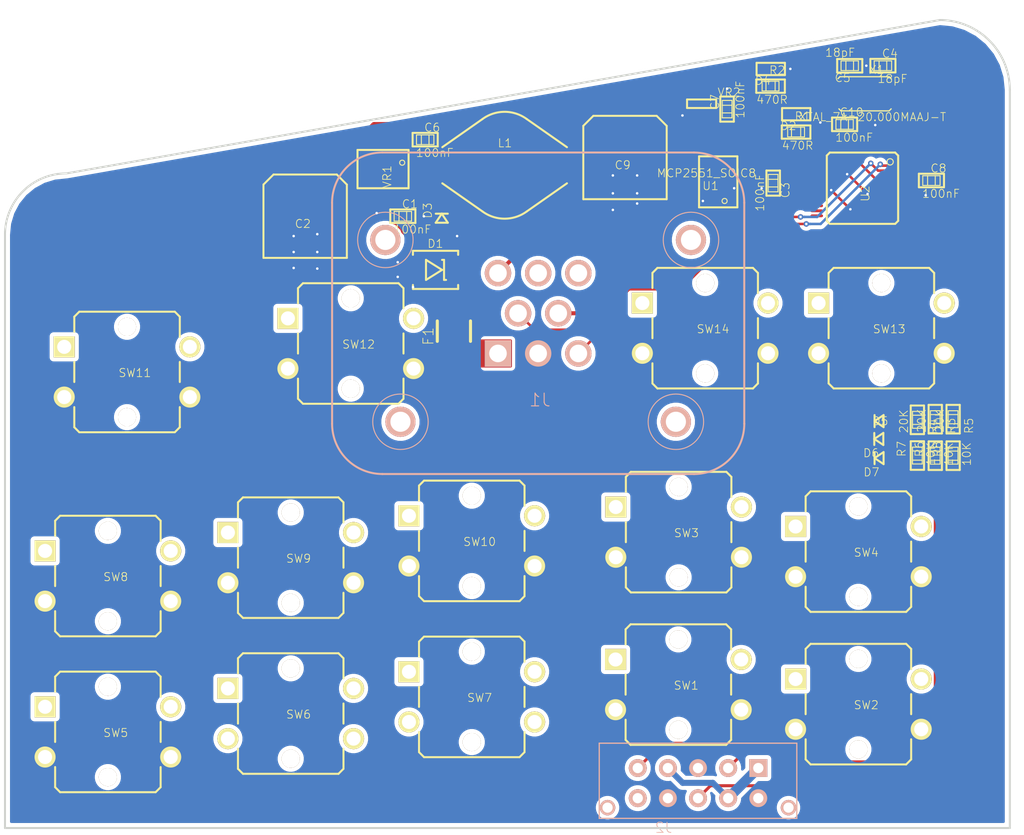
<source format=kicad_pcb>
(kicad_pcb (version 4) (host pcbnew "(2016-07-28 BZR 6996, Git e15ad93)-product")
  (title_block (title "Usewood Left Keypad") (date 2016-07-17) (company "Usevolt Oy"))
  (layers (0 F.Cu signal) (31 B.Cu signal) (34 B.Paste user hide) (35 F.Paste user hide) (36 B.SilkS user) (37 F.SilkS user) (38 B.Mask user hide) (39 F.Mask user hide) (44 Edge.Cuts user))
  (net 0 "")
  (net 1 GND)
  (net 2 +5V)
  (net 3 +3V3)
  (net 4 "Net-(D5-PadP$1)")
  (net 5 "Net-(D6-PadP$1)")
  (net 6 "Net-(D7-PadP$1)")
  (net 7 "Net-(F1-PadP$1)")
  (net 8 /TXD)
  (net 9 /RXD)
  (net 10 "Net-(J1-PadP$5)")
  (net 11 "Net-(J1-PadP$6)")
  (net 12 "Net-(J2-PadP$2)")
  (net 13 "Net-(J2-PadP$5)")
  (net 14 "Net-(J2-PadP$8)")
  (net 15 "Net-(D2-Pad2)")
  (net 16 "Net-(R1-Pad2)")
  (net 17 "Net-(D4-Pad2)")
  (net 18 /SW9)
  (net 19 /SW10)
  (net 20 /SW12)
  (net 21 /SW13)
  (net 22 /SW14)
  (net 23 "Net-(SW6-PadP$3)")
  (net 24 "Net-(SW7-PadP$3)")
  (net 25 /SW1)
  (net 26 /SW2)
  (net 27 /SW3)
  (net 28 /SW4)
  (net 29 /SW5)
  (net 30 /SW6)
  (net 31 /SW7)
  (net 32 /SW8)
  (net 33 "Net-(C1-Pad1)")
  (net 34 "Net-(C6-Pad2)")
  (net 35 "Net-(U1-PadP$1)")
  (net 36 "Net-(U1-PadP$4)")
  (net 37 "Net-(C4-Pad2)")
  (net 38 "Net-(C5-Pad2)")
  (net 39 "Net-(C6-Pad1)")
  (module usevolt:usevolt-CAP_EEE-FK1H470P (layer F.Cu) (at 75.3745 85.08238 180)
    (fp_text reference C2 (at 0.23114 -0.75438 180) (layer F.SilkS) (effects (font (size 0.8128 0.8128) (thickness 0.0762))))
    (fp_text value CAP_EEE-FK1H470P hide)
    (pad - smd rect (at 0 -3.54838 180) (size 0.99822 3.99796) (layers F.Cu F.Paste F.Mask) (net 1 GND))
    (pad + smd rect (at 0 3.54838 180) (size 0.99822 3.99796) (layers F.Cu F.Paste F.Mask) (net 33 "Net-(C1-Pad1)"))
  )
  (module usevolt:usevolt-MOLEX_MICRO-FIT_10WAY_V (layer B.Cu) (at 114.4524 140.0048)
    (fp_text reference J2 (at -3.42392 5.93598) (layer B.SilkS) (effects (font (size 1.016 1.016) (thickness 0.0762)) (justify mirror)))
    (fp_text value MOLEX_MICRO-FIT_10WAY_SMD hide)
    (pad P$1 thru_hole rect (at 5.9944 0) (size 1.778 1.778) (drill 1.01854) (layers *.Cu B.Paste B.SilkS B.Mask) (net 2 +5V))
    (pad P$2 thru_hole circle (at 2.9972 0) (size 1.778 1.778) (drill 1.01854) (layers *.Cu B.Paste B.SilkS B.Mask) (net 12 "Net-(J2-PadP$2)"))
    (pad P$3 thru_hole circle (at 0 0) (size 1.778 1.778) (drill 1.01854) (layers *.Cu B.Paste B.SilkS B.Mask) (net 1 GND))
    (pad P$4 thru_hole circle (at -2.9972 0) (size 1.778 1.778) (drill 1.01854) (layers *.Cu B.Paste B.SilkS B.Mask) (net 2 +5V))
    (pad P$5 thru_hole circle (at -5.9944 0) (size 1.778 1.778) (drill 1.01854) (layers *.Cu B.Paste B.SilkS B.Mask) (net 13 "Net-(J2-PadP$5)"))
    (pad P$6 thru_hole circle (at 5.9944 2.9972) (size 1.778 1.778) (drill 1.01854) (layers *.Cu B.Paste B.SilkS B.Mask) (net 1 GND))
    (pad P$7 thru_hole circle (at 2.9972 2.9972) (size 1.778 1.778) (drill 1.01854) (layers *.Cu B.Paste B.SilkS B.Mask) (net 2 +5V))
    (pad P$8 thru_hole circle (at 0 2.9972) (size 1.778 1.778) (drill 1.01854) (layers *.Cu B.Paste B.SilkS B.Mask) (net 14 "Net-(J2-PadP$8)"))
    (pad P$9 thru_hole circle (at -2.9972 2.9972) (size 1.778 1.778) (drill 1.01854) (layers *.Cu B.Paste B.SilkS B.Mask) (net 1 GND))
    (pad P$10 thru_hole circle (at -5.9944 2.9972) (size 1.778 1.778) (drill 1.01854) (layers *.Cu B.Paste B.SilkS B.Mask))
    (pad P$11 thru_hole circle (at 8.99922 3.93954) (size 1.52908 1.52908) (drill 1.01854) (layers *.Cu B.Paste B.SilkS B.Mask))
    (pad P$12 thru_hole circle (at -8.99922 3.93954) (size 1.52908 1.52908) (drill 1.01854) (layers *.Cu B.Paste B.SilkS B.Mask))
  )
  (module usevolt:usevolt-CAP_EEE-FK1H470P (layer F.Cu) (at 107.188 79.24038 180)
    (fp_text reference C9 (at 0.23114 -0.75438 180) (layer F.SilkS) (effects (font (size 0.8128 0.8128) (thickness 0.0762))))
    (fp_text value CAP_EEE-FK1H470P hide)
    (pad - smd rect (at 0 -3.54838 180) (size 0.99822 3.99796) (layers F.Cu F.Paste F.Mask) (net 1 GND))
    (pad + smd rect (at 0 3.54838 180) (size 0.99822 3.99796) (layers F.Cu F.Paste F.Mask) (net 2 +5V))
  )
  (module usevolt:usevolt-DO-214AA (layer F.Cu) (at 88.392 90.424)
    (fp_text reference D1 (at -0.06604 -2.60604) (layer F.SilkS) (effects (font (size 0.8128 0.8128) (thickness 0.0762))))
    (fp_text value DIODE_TVS_SMBJ33A-TRDO-214AA hide)
    (pad P$1 smd rect (at -2.2987 0) (size 1.61798 2.17932) (layers F.Cu F.Paste F.Mask) (net 1 GND))
    (pad P$2 smd rect (at 2.2987 0) (size 1.61798 2.17932) (layers F.Cu F.Paste F.Mask) (net 33 "Net-(C1-Pad1)"))
  )
  (module usevolt:usevolt-DO219AB (layer F.Cu) (at 132.433165 107.2515 180)
    (fp_text reference D6 (at 0.762 -1.40462 180) (layer F.SilkS) (effects (font (size 0.8128 0.8128) (thickness 0.0762))))
    (fp_text value DIODE_LM2671 hide)
    (pad P$1 smd rect (at -1.7653 0 180) (size 1.29794 1.39954) (layers F.Cu F.Paste F.Mask) (net 5 "Net-(D6-PadP$1)"))
    (pad P$2 smd rect (at 1.7653 0 180) (size 1.29794 1.39954) (layers F.Cu F.Paste F.Mask) (net 3 +3V3))
  )
  (module multicomp:Multicomp-RESC1608X60N (layer F.Cu) (at 136.271 108.9025 90)
    (fp_text reference R7 (at 0.6604 -1.5748 90) (layer F.SilkS) (effects (font (size 0.8128 0.8128) (thickness 0.0762))))
    (fp_text value 10K (at 0.1524 1.3462 90) (layer F.SilkS) (effects (font (size 0.8128 0.8128) (thickness 0.0762))))
    (pad 1 smd rect (at -0.8382 0 90) (size 0.762 0.9398) (layers F.Cu F.Paste F.Mask) (net 13 "Net-(J2-PadP$5)"))
    (pad 2 smd rect (at 0.8382 0 90) (size 0.762 0.9398) (layers F.Cu F.Paste F.Mask) (net 5 "Net-(D6-PadP$1)"))
  )
  (module multicomp:Multicomp-RESC1608X60N (layer F.Cu) (at 139.827 108.9152 90)
    (fp_text reference R8 (at 0.6604 -1.5748 90) (layer F.SilkS) (effects (font (size 0.8128 0.8128) (thickness 0.0762))))
    (fp_text value 10K (at 0.1524 1.3462 90) (layer F.SilkS) (effects (font (size 0.8128 0.8128) (thickness 0.0762))))
    (pad 1 smd rect (at -0.8382 0 90) (size 0.762 0.9398) (layers F.Cu F.Paste F.Mask) (net 14 "Net-(J2-PadP$8)"))
    (pad 2 smd rect (at 0.8382 0 90) (size 0.762 0.9398) (layers F.Cu F.Paste F.Mask) (net 6 "Net-(D7-PadP$1)"))
  )
  (module usevolt:usevolt-QFP48 (layer F.Cu) (at 130.81 82.296 180)
    (fp_text reference U2 (at -0.2794 -0.53086 270) (layer F.SilkS) (effects (font (size 0.8128 0.8128) (thickness 0.0762))))
    (fp_text value LPC11C14_QFP48 hide)
    (pad P$1 smd rect (at -2.74828 4.5466 270) (size 1.2446 0.2794) (layers F.Cu F.Paste F.Mask) (net 28 /SW4))
    (pad P$2 smd oval (at -2.2479 4.5466 270) (size 1.2446 0.2794) (layers F.Cu F.Paste F.Mask) (net 29 /SW5))
    (pad P$3 smd oval (at -1.74752 4.5466 270) (size 1.2446 0.2794) (layers F.Cu F.Paste F.Mask))
    (pad P$4 smd oval (at -1.24968 4.5466 270) (size 1.2446 0.2794) (layers F.Cu F.Paste F.Mask))
    (pad P$5 smd oval (at -0.7493 4.5466 270) (size 1.2446 0.2794) (layers F.Cu F.Paste F.Mask) (net 1 GND))
    (pad P$6 smd oval (at -0.24892 4.5466 270) (size 1.2446 0.2794) (layers F.Cu F.Paste F.Mask) (net 37 "Net-(C4-Pad2)"))
    (pad P$7 smd oval (at 0.24892 4.5466 270) (size 1.2446 0.2794) (layers F.Cu F.Paste F.Mask) (net 38 "Net-(C5-Pad2)"))
    (pad P$8 smd oval (at 0.7493 4.5466 270) (size 1.2446 0.2794) (layers F.Cu F.Paste F.Mask) (net 3 +3V3))
    (pad P$9 smd oval (at 1.24968 4.5466 270) (size 1.2446 0.2794) (layers F.Cu F.Paste F.Mask) (net 19 /SW10))
    (pad P$10 smd oval (at 1.74752 4.5466 270) (size 1.2446 0.2794) (layers F.Cu F.Paste F.Mask))
    (pad P$11 smd oval (at 2.2479 4.5466 270) (size 1.2446 0.2794) (layers F.Cu F.Paste F.Mask) (net 18 /SW9))
    (pad P$12 smd oval (at 2.74828 4.5466 270) (size 1.2446 0.2794) (layers F.Cu F.Paste F.Mask) (net 22 /SW14))
    (pad P$13 smd oval (at 4.5466 2.74828) (size 1.2446 0.2794) (layers F.Cu F.Paste F.Mask) (net 16 "Net-(R1-Pad2)"))
    (pad P$14 smd oval (at 4.5466 2.2479) (size 1.2446 0.2794) (layers F.Cu F.Paste F.Mask))
    (pad P$15 smd oval (at 4.5466 1.74752) (size 1.2446 0.2794) (layers F.Cu F.Paste F.Mask))
    (pad P$16 smd oval (at 4.5466 1.24968) (size 1.2446 0.2794) (layers F.Cu F.Paste F.Mask))
    (pad P$17 smd oval (at 4.5466 0.7493) (size 1.2446 0.2794) (layers F.Cu F.Paste F.Mask))
    (pad P$18 smd oval (at 4.5466 0.24892) (size 1.2446 0.2794) (layers F.Cu F.Paste F.Mask))
    (pad P$19 smd oval (at 4.5466 -0.24892) (size 1.2446 0.2794) (layers F.Cu F.Paste F.Mask) (net 36 "Net-(U1-PadP$4)"))
    (pad P$20 smd oval (at 4.5466 -0.7493) (size 1.2446 0.2794) (layers F.Cu F.Paste F.Mask) (net 35 "Net-(U1-PadP$1)"))
    (pad P$21 smd oval (at 4.5466 -1.24968) (size 1.2446 0.2794) (layers F.Cu F.Paste F.Mask) (net 32 /SW8))
    (pad P$22 smd oval (at 4.5466 -1.74752) (size 1.2446 0.2794) (layers F.Cu F.Paste F.Mask) (net 21 /SW13))
    (pad P$23 smd oval (at 4.5466 -2.2479) (size 1.2446 0.2794) (layers F.Cu F.Paste F.Mask) (net 20 /SW12))
    (pad P$24 smd oval (at 4.5466 -2.74828) (size 1.2446 0.2794) (layers F.Cu F.Paste F.Mask) (net 31 /SW7))
    (pad P$25 smd oval (at 2.74828 -4.5466 90) (size 1.2446 0.2794) (layers F.Cu F.Paste F.Mask))
    (pad P$26 smd oval (at 2.2479 -4.5466 90) (size 1.2446 0.2794) (layers F.Cu F.Paste F.Mask) (net 30 /SW6))
    (pad P$27 smd oval (at 1.74752 -4.5466 90) (size 1.2446 0.2794) (layers F.Cu F.Paste F.Mask) (net 25 /SW1))
    (pad P$28 smd oval (at 1.24968 -4.5466 90) (size 1.2446 0.2794) (layers F.Cu F.Paste F.Mask) (net 26 /SW2))
    (pad P$29 smd oval (at 0.7493 -4.5466 90) (size 1.2446 0.2794) (layers F.Cu F.Paste F.Mask))
    (pad P$30 smd oval (at 0.24892 -4.5466 90) (size 1.2446 0.2794) (layers F.Cu F.Paste F.Mask))
    (pad P$31 smd oval (at -0.24892 -4.5466 90) (size 1.2446 0.2794) (layers F.Cu F.Paste F.Mask))
    (pad P$32 smd oval (at -0.7493 -4.5466 90) (size 1.2446 0.2794) (layers F.Cu F.Paste F.Mask) (net 4 "Net-(D5-PadP$1)"))
    (pad P$33 smd oval (at -1.24968 -4.5466 90) (size 1.2446 0.2794) (layers F.Cu F.Paste F.Mask) (net 6 "Net-(D7-PadP$1)"))
    (pad P$34 smd oval (at -1.74752 -4.5466 90) (size 1.2446 0.2794) (layers F.Cu F.Paste F.Mask) (net 5 "Net-(D6-PadP$1)"))
    (pad P$35 smd oval (at -2.2479 -4.5466 90) (size 1.2446 0.2794) (layers F.Cu F.Paste F.Mask))
    (pad P$36 smd oval (at -2.74828 -4.5466 90) (size 1.2446 0.2794) (layers F.Cu F.Paste F.Mask))
    (pad P$37 smd oval (at -4.5466 -2.74828 180) (size 1.2446 0.2794) (layers F.Cu F.Paste F.Mask) (net 27 /SW3))
    (pad P$38 smd oval (at -4.5466 -2.2479 180) (size 1.2446 0.2794) (layers F.Cu F.Paste F.Mask))
    (pad P$39 smd oval (at -4.5466 -1.74752 180) (size 1.2446 0.2794) (layers F.Cu F.Paste F.Mask))
    (pad P$40 smd oval (at -4.5466 -1.24968 180) (size 1.2446 0.2794) (layers F.Cu F.Paste F.Mask))
    (pad P$41 smd oval (at -4.5466 -0.7493 180) (size 1.2446 0.2794) (layers F.Cu F.Paste F.Mask) (net 1 GND))
    (pad P$42 smd oval (at -4.5466 -0.24892 180) (size 1.2446 0.2794) (layers F.Cu F.Paste F.Mask))
    (pad P$43 smd oval (at -4.5466 0.24892 180) (size 1.2446 0.2794) (layers F.Cu F.Paste F.Mask))
    (pad P$44 smd oval (at -4.5466 0.7493 180) (size 1.2446 0.2794) (layers F.Cu F.Paste F.Mask) (net 3 +3V3))
    (pad P$45 smd oval (at -4.5466 1.24968 180) (size 1.2446 0.2794) (layers F.Cu F.Paste F.Mask))
    (pad P$46 smd oval (at -4.5466 1.74752 180) (size 1.2446 0.2794) (layers F.Cu F.Paste F.Mask) (net 9 /RXD))
    (pad P$47 smd oval (at -4.5466 2.2479 180) (size 1.2446 0.2794) (layers F.Cu F.Paste F.Mask) (net 8 /TXD))
    (pad P$48 smd oval (at -4.5466 2.74828 180) (size 1.2446 0.2794) (layers F.Cu F.Paste F.Mask))
  )
  (module usevolt:usevolt-SOIC8 (layer F.Cu) (at 83.1215 80.391 270)
    (fp_text reference VR1 (at 0.762 -0.4064 270) (layer F.SilkS) (effects (font (size 0.8128 0.8128) (thickness 0.0762))))
    (fp_text value LM2671SOIC8 hide)
    (pad P$1 smd rect (at -2.921 -1.905 180) (size 0.635 1.524) (layers F.Cu F.Paste F.Mask) (net 39 "Net-(C6-Pad1)"))
    (pad P$2 smd oval (at -2.921 -0.635 180) (size 0.635 1.524) (layers F.Cu F.Paste F.Mask))
    (pad P$3 smd oval (at -2.921 0.635 180) (size 0.635 1.524) (layers F.Cu F.Paste F.Mask))
    (pad P$4 smd oval (at -2.921 1.905 180) (size 0.635 1.524) (layers F.Cu F.Paste F.Mask) (net 2 +5V))
    (pad P$5 smd oval (at 2.921 1.905 180) (size 0.635 1.524) (layers F.Cu F.Paste F.Mask))
    (pad P$6 smd oval (at 2.921 0.635 180) (size 0.635 1.524) (layers F.Cu F.Paste F.Mask) (net 1 GND))
    (pad P$7 smd oval (at 2.921 -0.635 180) (size 0.635 1.524) (layers F.Cu F.Paste F.Mask) (net 33 "Net-(C1-Pad1)"))
    (pad P$8 smd oval (at 2.921 -1.905 180) (size 0.635 1.524) (layers F.Cu F.Paste F.Mask) (net 34 "Net-(C6-Pad2)"))
  )
  (module wurth_LEDS:Wuerth_Elektronik_LEDs_rev15b-0603 (layer F.Cu) (at 124.206 74.93 180)
    (fp_text reference D2 (at 0.762 -1.1684 180) (layer F.SilkS) (effects (font (size 0.8128 0.8128) (thickness 0.0762))))
    (fp_text value WL-SMCW-150060BS75000-B hide)
    (pad 1 smd rect (at -0.79756 0) (size 0.79756 0.79756) (layers F.Cu F.Paste F.Mask) (net 1 GND))
    (pad 2 smd rect (at 0.79756 0) (size 0.79756 0.79756) (layers F.Cu F.Paste F.Mask) (net 15 "Net-(D2-Pad2)"))
  )
  (module usevolt:usevolt-DO219AB (layer F.Cu) (at 88.9635 85.2805 90)
    (fp_text reference D3 (at 0.762 -1.40462 90) (layer F.SilkS) (effects (font (size 0.8128 0.8128) (thickness 0.0762))))
    (fp_text value DIODE_LM2671 hide)
    (pad P$1 smd rect (at -1.7653 0 90) (size 1.29794 1.39954) (layers F.Cu F.Paste F.Mask) (net 1 GND))
    (pad P$2 smd rect (at 1.7653 0 90) (size 1.29794 1.39954) (layers F.Cu F.Paste F.Mask) (net 34 "Net-(C6-Pad2)"))
  )
  (module wurth_LEDS:Wuerth_Elektronik_LEDs_rev15b-0603 (layer F.Cu) (at 121.673435 70.42634 180)
    (fp_text reference D4 (at 0.762 -1.1684 180) (layer F.SilkS) (effects (font (size 0.8128 0.8128) (thickness 0.0762))))
    (fp_text value WL-SMCW-150060BS75000-B hide)
    (pad 1 smd rect (at -0.79756 0) (size 0.79756 0.79756) (layers F.Cu F.Paste F.Mask) (net 1 GND))
    (pad 2 smd rect (at 0.79756 0) (size 0.79756 0.79756) (layers F.Cu F.Paste F.Mask) (net 17 "Net-(D4-Pad2)"))
  )
  (module usevolt:usevolt-DO219AB (layer F.Cu) (at 132.461 105.4735 180)
    (fp_text reference D5 (at -0.127 0 180) (layer F.SilkS) (effects (font (size 0.8128 0.8128) (thickness 0.0762))))
    (fp_text value DIODE_LM2671 hide)
    (pad P$1 smd rect (at -1.7653 0 180) (size 1.29794 1.39954) (layers F.Cu F.Paste F.Mask) (net 4 "Net-(D5-PadP$1)"))
    (pad P$2 smd rect (at 1.7653 0 180) (size 1.29794 1.39954) (layers F.Cu F.Paste F.Mask) (net 3 +3V3))
  )
  (module usevolt:usevolt-DO219AB (layer F.Cu) (at 132.461 109.1565 180)
    (fp_text reference D7 (at 0.762 -1.40462 180) (layer F.SilkS) (effects (font (size 0.8128 0.8128) (thickness 0.0762))))
    (fp_text value DIODE_LM2671 hide)
    (pad P$1 smd rect (at -1.7653 0 180) (size 1.29794 1.39954) (layers F.Cu F.Paste F.Mask) (net 6 "Net-(D7-PadP$1)"))
    (pad P$2 smd rect (at 1.7653 0 180) (size 1.29794 1.39954) (layers F.Cu F.Paste F.Mask) (net 3 +3V3))
  )
  (module usevolt:usevolt-FUSE_MC36024 (layer F.Cu) (at 90.17 96.52 90)
    (fp_text reference F1 (at -0.508 -2.54 90) (layer F.SilkS) (effects (font (size 1.016 1.016) (thickness 0.0762))))
    (fp_text value FUSE_MC36204_100MA hide)
    (pad P$1 smd rect (at -2.286 0 180) (size 3.40868 1.4986) (layers F.Cu F.Paste F.Mask) (net 7 "Net-(F1-PadP$1)"))
    (pad P$2 smd rect (at 2.286 0 180) (size 3.40868 1.4986) (layers F.Cu F.Paste F.Mask) (net 33 "Net-(C1-Pad1)"))
  )
  (module usevolt:usevolt-INDUCTOR_BOURNS_10X13X5MM (layer F.Cu) (at 95.06458 80.01)
    (fp_text reference L1 (at 0.18034 -2.20472) (layer F.SilkS) (effects (font (size 0.8128 0.8128) (thickness 0.0762))))
    (fp_text value INDUCTOR_SDR1005-101KL hide)
    (pad P$1 smd rect (at -5.14858 0) (size 2.99974 2.79908) (layers F.Cu F.Paste F.Mask) (net 34 "Net-(C6-Pad2)"))
    (pad P$2 smd rect (at 5.14858 0) (size 2.99974 2.79908) (layers F.Cu F.Paste F.Mask) (net 2 +5V))
  )
  (module multicomp:Multicomp-RESC1608X60N (layer F.Cu) (at 124.206 76.708)
    (fp_text reference R1 (at 0.6604 -1.5748) (layer F.SilkS) (effects (font (size 0.8128 0.8128) (thickness 0.0762))))
    (fp_text value 470R (at 0.1524 1.3462) (layer F.SilkS) (effects (font (size 0.8128 0.8128) (thickness 0.0762))))
    (pad 1 smd rect (at -0.8382 0) (size 0.762 0.9398) (layers F.Cu F.Paste F.Mask) (net 15 "Net-(D2-Pad2)"))
    (pad 2 smd rect (at 0.8382 0) (size 0.762 0.9398) (layers F.Cu F.Paste F.Mask) (net 16 "Net-(R1-Pad2)"))
  )
  (module multicomp:Multicomp-RESC1608X60N (layer F.Cu) (at 121.666 72.136)
    (fp_text reference R2 (at 0.6604 -1.5748) (layer F.SilkS) (effects (font (size 0.8128 0.8128) (thickness 0.0762))))
    (fp_text value 470R (at 0.1524 1.3462) (layer F.SilkS) (effects (font (size 0.8128 0.8128) (thickness 0.0762))))
    (pad 1 smd rect (at -0.8382 0) (size 0.762 0.9398) (layers F.Cu F.Paste F.Mask) (net 17 "Net-(D4-Pad2)"))
    (pad 2 smd rect (at 0.8382 0) (size 0.762 0.9398) (layers F.Cu F.Paste F.Mask) (net 3 +3V3))
  )
  (module multicomp:Multicomp-RESC1608X60N (layer F.Cu) (at 138.049 105.283 270)
    (fp_text reference R3 (at 0.6604 -1.5748 270) (layer F.SilkS) (effects (font (size 0.8128 0.8128) (thickness 0.0762))))
    (fp_text value 20K (at 0.1524 1.3462 270) (layer F.SilkS) (effects (font (size 0.8128 0.8128) (thickness 0.0762))))
    (pad 1 smd rect (at -0.8382 0 270) (size 0.762 0.9398) (layers F.Cu F.Paste F.Mask) (net 1 GND))
    (pad 2 smd rect (at 0.8382 0 270) (size 0.762 0.9398) (layers F.Cu F.Paste F.Mask) (net 4 "Net-(D5-PadP$1)"))
  )
  (module multicomp:Multicomp-RESC1608X60N (layer F.Cu) (at 136.271 105.3465 270)
    (fp_text reference R4 (at 0.6604 -1.5748 270) (layer F.SilkS) (effects (font (size 0.8128 0.8128) (thickness 0.0762))))
    (fp_text value 20K (at 0.1524 1.3462 270) (layer F.SilkS) (effects (font (size 0.8128 0.8128) (thickness 0.0762))))
    (pad 1 smd rect (at -0.8382 0 270) (size 0.762 0.9398) (layers F.Cu F.Paste F.Mask) (net 1 GND))
    (pad 2 smd rect (at 0.8382 0 270) (size 0.762 0.9398) (layers F.Cu F.Paste F.Mask) (net 5 "Net-(D6-PadP$1)"))
  )
  (module multicomp:Multicomp-RESC1608X60N (layer F.Cu) (at 139.827 105.283 270)
    (fp_text reference R5 (at 0.6604 -1.5748 270) (layer F.SilkS) (effects (font (size 0.8128 0.8128) (thickness 0.0762))))
    (fp_text value 20K (at 0.1524 1.3462 270) (layer F.SilkS) (effects (font (size 0.8128 0.8128) (thickness 0.0762))))
    (pad 1 smd rect (at -0.8382 0 270) (size 0.762 0.9398) (layers F.Cu F.Paste F.Mask) (net 1 GND))
    (pad 2 smd rect (at 0.8382 0 270) (size 0.762 0.9398) (layers F.Cu F.Paste F.Mask) (net 6 "Net-(D7-PadP$1)"))
  )
  (module multicomp:Multicomp-RESC1608X60N (layer F.Cu) (at 138.049 108.9152 90)
    (fp_text reference R6 (at 0.6604 -1.5748 90) (layer F.SilkS) (effects (font (size 0.8128 0.8128) (thickness 0.0762))))
    (fp_text value 10K (at 0.1524 1.3462 90) (layer F.SilkS) (effects (font (size 0.8128 0.8128) (thickness 0.0762))))
    (pad 1 smd rect (at -0.8382 0 90) (size 0.762 0.9398) (layers F.Cu F.Paste F.Mask) (net 12 "Net-(J2-PadP$2)"))
    (pad 2 smd rect (at 0.8382 0 90) (size 0.762 0.9398) (layers F.Cu F.Paste F.Mask) (net 4 "Net-(D5-PadP$1)"))
  )
  (module usevolt:usevolt-SOIC8 (layer F.Cu) (at 116.459 81.661 180)
    (fp_text reference U1 (at 0.762 -0.4064 180) (layer F.SilkS) (effects (font (size 0.8128 0.8128) (thickness 0.0762))))
    (fp_text value MCP2551_SOIC8 (at 1.1684 0.8636 180) (layer F.SilkS) (effects (font (size 0.8128 0.8128) (thickness 0.0762))))
    (pad P$1 smd rect (at -2.921 -1.905 90) (size 0.635 1.524) (layers F.Cu F.Paste F.Mask) (net 35 "Net-(U1-PadP$1)"))
    (pad P$2 smd oval (at -2.921 -0.635 90) (size 0.635 1.524) (layers F.Cu F.Paste F.Mask) (net 1 GND))
    (pad P$3 smd oval (at -2.921 0.635 90) (size 0.635 1.524) (layers F.Cu F.Paste F.Mask) (net 2 +5V))
    (pad P$4 smd oval (at -2.921 1.905 90) (size 0.635 1.524) (layers F.Cu F.Paste F.Mask) (net 36 "Net-(U1-PadP$4)"))
    (pad P$5 smd oval (at 2.921 1.905 90) (size 0.635 1.524) (layers F.Cu F.Paste F.Mask))
    (pad P$6 smd oval (at 2.921 0.635 90) (size 0.635 1.524) (layers F.Cu F.Paste F.Mask) (net 11 "Net-(J1-PadP$6)"))
    (pad P$7 smd oval (at 2.921 -0.635 90) (size 0.635 1.524) (layers F.Cu F.Paste F.Mask) (net 10 "Net-(J1-PadP$5)"))
    (pad P$8 smd oval (at 2.921 -1.905 90) (size 0.635 1.524) (layers F.Cu F.Paste F.Mask) (net 1 GND))
  )
  (module usevolt:usevolt-SOT-23_3-PIN (layer F.Cu) (at 114.808 73.914)
    (fp_text reference VR2 (at 2.7305 -1.1557) (layer F.SilkS) (effects (font (size 0.8128 0.8128) (thickness 0.0762))))
    (fp_text value REG_MCP1700 hide)
    (pad P$1 smd rect (at -0.94996 1.14808) (size 0.6477 1.04902) (layers F.Cu F.Paste F.Mask) (net 1 GND))
    (pad P$2 smd rect (at 0.94996 1.14808) (size 0.6477 1.04902) (layers F.Cu F.Paste F.Mask) (net 3 +3V3))
    (pad P$3 smd rect (at 0 -1.14808) (size 0.6477 1.04902) (layers F.Cu F.Paste F.Mask) (net 2 +5V))
  )
  (module usevolt:usevolt-AMPSEAL_8_POS_776275-1 (layer B.Cu) (at 98.552 94.742)
    (fp_text reference J1 (at 0.17272 8.63346) (layer B.SilkS) (effects (font (size 1.27 1.27) (thickness 0.1016)) (justify mirror)))
    (fp_text value AMPSEAL_8_POS_776275-1 hide)
    (pad P$1 thru_hole rect (at -3.99796 3.99796) (size 2.62382 2.62382) (drill 1.74752) (layers *.Cu B.Paste B.SilkS B.Mask) (net 7 "Net-(F1-PadP$1)"))
    (pad P$2 thru_hole circle (at 0 3.99796) (size 2.62382 2.62382) (drill 1.74752) (layers *.Cu B.Paste B.SilkS B.Mask) (net 1 GND))
    (pad P$3 thru_hole circle (at 3.99796 3.99796) (size 2.62382 2.62382) (drill 1.74752) (layers *.Cu B.Paste B.SilkS B.Mask) (net 8 /TXD))
    (pad P$4 thru_hole circle (at -1.99898 0) (size 2.62382 2.62382) (drill 1.74752) (layers *.Cu B.Paste B.SilkS B.Mask) (net 9 /RXD))
    (pad P$5 thru_hole circle (at 1.99898 0) (size 2.62382 2.62382) (drill 1.74752) (layers *.Cu B.Paste B.SilkS B.Mask) (net 10 "Net-(J1-PadP$5)"))
    (pad P$6 thru_hole circle (at -3.99796 -3.99796) (size 2.62382 2.62382) (drill 1.74752) (layers *.Cu B.Paste B.SilkS B.Mask) (net 11 "Net-(J1-PadP$6)"))
    (pad P$7 thru_hole circle (at 0 -3.99796) (size 2.62382 2.62382) (drill 1.74752) (layers *.Cu B.Paste B.SilkS B.Mask))
    (pad P$8 thru_hole circle (at 3.99796 -3.99796) (size 2.62382 2.62382) (drill 1.74752) (layers *.Cu B.Paste B.SilkS B.Mask))
    (pad P$9 thru_hole circle (at -13.69822 10.79754) (size 2.99974 2.99974) (drill 1.99898) (layers *.Cu B.Paste B.SilkS B.Mask))
    (pad P$10 thru_hole circle (at 13.69822 10.79754) (size 2.99974 2.99974) (drill 1.99898) (layers *.Cu B.Paste B.SilkS B.Mask))
    (pad P$11 thru_hole circle (at 15.19936 -7.29996) (size 2.99974 2.99974) (drill 1.99898) (layers *.Cu B.Paste B.SilkS B.Mask))
    (pad P$12 thru_hole circle (at -15.19936 -7.29996) (size 2.99974 2.99974) (drill 1.99898) (layers *.Cu B.Paste B.SilkS B.Mask))
  )
  (module usevolt:usevolt-SWITCH_B3W-4050 (layer F.Cu) (at 112.4966 131.699)
    (fp_text reference SW1 (at 0.77978 0.09144) (layer F.SilkS) (effects (font (size 0.8128 0.8128) (thickness 0.0762))))
    (fp_text value SWITCH_B3W-4050 hide)
    (pad P$1 thru_hole rect (at -6.2484 -2.49936) (size 2.09804 2.09804) (drill 1.39954) (layers *.Cu F.Paste F.SilkS F.Mask) (net 25 /SW1))
    (pad P$2 thru_hole circle (at 6.2484 -2.49936) (size 2.09804 2.09804) (drill 1.39954) (layers *.Cu F.Paste F.SilkS F.Mask) (net 25 /SW1))
    (pad P$3 thru_hole circle (at -6.2484 2.49936) (size 2.09804 2.09804) (drill 1.39954) (layers *.Cu F.Paste F.SilkS F.Mask) (net 1 GND))
    (pad P$4 thru_hole circle (at 6.2484 2.49936) (size 2.09804 2.09804) (drill 1.39954) (layers *.Cu F.Paste F.SilkS F.Mask) (net 1 GND))
    (pad P$5 thru_hole circle (at 0 -4.49834) (size 1.79832 1.79832) (drill 1.79832) (layers *.Cu F.Paste F.SilkS F.Mask))
    (pad P$6 thru_hole circle (at 0 4.49834) (size 1.79832 1.79832) (drill 1.79832) (layers *.Cu F.Paste F.SilkS F.Mask))
  )
  (module usevolt:usevolt-SWITCH_B3W-4050 (layer F.Cu) (at 130.4036 133.64464)
    (fp_text reference SW2 (at 0.77978 0.09144) (layer F.SilkS) (effects (font (size 0.8128 0.8128) (thickness 0.0762))))
    (fp_text value SWITCH_B3W-4050 hide)
    (pad P$1 thru_hole rect (at -6.2484 -2.49936) (size 2.09804 2.09804) (drill 1.39954) (layers *.Cu F.Paste F.SilkS F.Mask) (net 26 /SW2))
    (pad P$2 thru_hole circle (at 6.2484 -2.49936) (size 2.09804 2.09804) (drill 1.39954) (layers *.Cu F.Paste F.SilkS F.Mask) (net 26 /SW2))
    (pad P$3 thru_hole circle (at -6.2484 2.49936) (size 2.09804 2.09804) (drill 1.39954) (layers *.Cu F.Paste F.SilkS F.Mask) (net 1 GND))
    (pad P$4 thru_hole circle (at 6.2484 2.49936) (size 2.09804 2.09804) (drill 1.39954) (layers *.Cu F.Paste F.SilkS F.Mask) (net 1 GND))
    (pad P$5 thru_hole circle (at 0 -4.49834) (size 1.79832 1.79832) (drill 1.79832) (layers *.Cu F.Paste F.SilkS F.Mask))
    (pad P$6 thru_hole circle (at 0 4.49834) (size 1.79832 1.79832) (drill 1.79832) (layers *.Cu F.Paste F.SilkS F.Mask))
  )
  (module usevolt:usevolt-SWITCH_B3W-4050 (layer F.Cu) (at 112.522 116.52504)
    (fp_text reference SW3 (at 0.77978 0.09144) (layer F.SilkS) (effects (font (size 0.8128 0.8128) (thickness 0.0762))))
    (fp_text value SWITCH_B3W-4050 hide)
    (pad P$1 thru_hole rect (at -6.2484 -2.49936) (size 2.09804 2.09804) (drill 1.39954) (layers *.Cu F.Paste F.SilkS F.Mask) (net 27 /SW3))
    (pad P$2 thru_hole circle (at 6.2484 -2.49936) (size 2.09804 2.09804) (drill 1.39954) (layers *.Cu F.Paste F.SilkS F.Mask) (net 27 /SW3))
    (pad P$3 thru_hole circle (at -6.2484 2.49936) (size 2.09804 2.09804) (drill 1.39954) (layers *.Cu F.Paste F.SilkS F.Mask) (net 1 GND))
    (pad P$4 thru_hole circle (at 6.2484 2.49936) (size 2.09804 2.09804) (drill 1.39954) (layers *.Cu F.Paste F.SilkS F.Mask) (net 1 GND))
    (pad P$5 thru_hole circle (at 0 -4.49834) (size 1.79832 1.79832) (drill 1.79832) (layers *.Cu F.Paste F.SilkS F.Mask))
    (pad P$6 thru_hole circle (at 0 4.49834) (size 1.79832 1.79832) (drill 1.79832) (layers *.Cu F.Paste F.SilkS F.Mask))
  )
  (module usevolt:usevolt-SWITCH_B3W-4050 (layer F.Cu) (at 130.4036 118.46306)
    (fp_text reference SW4 (at 0.77978 0.09144) (layer F.SilkS) (effects (font (size 0.8128 0.8128) (thickness 0.0762))))
    (fp_text value SWITCH_B3W-4050 hide)
    (pad P$1 thru_hole rect (at -6.2484 -2.49936) (size 2.09804 2.09804) (drill 1.39954) (layers *.Cu F.Paste F.SilkS F.Mask) (net 28 /SW4))
    (pad P$2 thru_hole circle (at 6.2484 -2.49936) (size 2.09804 2.09804) (drill 1.39954) (layers *.Cu F.Paste F.SilkS F.Mask) (net 28 /SW4))
    (pad P$3 thru_hole circle (at -6.2484 2.49936) (size 2.09804 2.09804) (drill 1.39954) (layers *.Cu F.Paste F.SilkS F.Mask) (net 1 GND))
    (pad P$4 thru_hole circle (at 6.2484 2.49936) (size 2.09804 2.09804) (drill 1.39954) (layers *.Cu F.Paste F.SilkS F.Mask) (net 1 GND))
    (pad P$5 thru_hole circle (at 0 -4.49834) (size 1.79832 1.79832) (drill 1.79832) (layers *.Cu F.Paste F.SilkS F.Mask))
    (pad P$6 thru_hole circle (at 0 4.49834) (size 1.79832 1.79832) (drill 1.79832) (layers *.Cu F.Paste F.SilkS F.Mask))
  )
  (module usevolt:usevolt-SWITCH_B3W-4050 (layer F.Cu) (at 55.753 136.40816)
    (fp_text reference SW5 (at 0.77978 0.09144) (layer F.SilkS) (effects (font (size 0.8128 0.8128) (thickness 0.0762))))
    (fp_text value SWITCH_B3W-4050 hide)
    (pad P$1 thru_hole rect (at -6.2484 -2.49936) (size 2.09804 2.09804) (drill 1.39954) (layers *.Cu F.Paste F.SilkS F.Mask) (net 29 /SW5))
    (pad P$2 thru_hole circle (at 6.2484 -2.49936) (size 2.09804 2.09804) (drill 1.39954) (layers *.Cu F.Paste F.SilkS F.Mask) (net 29 /SW5))
    (pad P$3 thru_hole circle (at -6.2484 2.49936) (size 2.09804 2.09804) (drill 1.39954) (layers *.Cu F.Paste F.SilkS F.Mask) (net 1 GND))
    (pad P$4 thru_hole circle (at 6.2484 2.49936) (size 2.09804 2.09804) (drill 1.39954) (layers *.Cu F.Paste F.SilkS F.Mask) (net 1 GND))
    (pad P$5 thru_hole circle (at 0 -4.49834) (size 1.79832 1.79832) (drill 1.79832) (layers *.Cu F.Paste F.SilkS F.Mask))
    (pad P$6 thru_hole circle (at 0 4.49834) (size 1.79832 1.79832) (drill 1.79832) (layers *.Cu F.Paste F.SilkS F.Mask))
  )
  (module usevolt:usevolt-SWITCH_B3W-4050 (layer F.Cu) (at 73.9394 134.57936)
    (fp_text reference SW6 (at 0.77978 0.09144) (layer F.SilkS) (effects (font (size 0.8128 0.8128) (thickness 0.0762))))
    (fp_text value SWITCH_B3W-4050 hide)
    (pad P$1 thru_hole rect (at -6.2484 -2.49936) (size 2.09804 2.09804) (drill 1.39954) (layers *.Cu F.Paste F.SilkS F.Mask) (net 30 /SW6))
    (pad P$2 thru_hole circle (at 6.2484 -2.49936) (size 2.09804 2.09804) (drill 1.39954) (layers *.Cu F.Paste F.SilkS F.Mask) (net 30 /SW6))
    (pad P$3 thru_hole circle (at -6.2484 2.49936) (size 2.09804 2.09804) (drill 1.39954) (layers *.Cu F.Paste F.SilkS F.Mask) (net 23 "Net-(SW6-PadP$3)"))
    (pad P$4 thru_hole circle (at 6.2484 2.49936) (size 2.09804 2.09804) (drill 1.39954) (layers *.Cu F.Paste F.SilkS F.Mask) (net 23 "Net-(SW6-PadP$3)"))
    (pad P$5 thru_hole circle (at 0 -4.49834) (size 1.79832 1.79832) (drill 1.79832) (layers *.Cu F.Paste F.SilkS F.Mask))
    (pad P$6 thru_hole circle (at 0 4.49834) (size 1.79832 1.79832) (drill 1.79832) (layers *.Cu F.Paste F.SilkS F.Mask))
  )
  (module usevolt:usevolt-SWITCH_B3W-4050 (layer F.Cu) (at 91.948 132.92074)
    (fp_text reference SW7 (at 0.77978 0.09144) (layer F.SilkS) (effects (font (size 0.8128 0.8128) (thickness 0.0762))))
    (fp_text value SWITCH_B3W-4050 hide)
    (pad P$1 thru_hole rect (at -6.2484 -2.49936) (size 2.09804 2.09804) (drill 1.39954) (layers *.Cu F.Paste F.SilkS F.Mask) (net 31 /SW7))
    (pad P$2 thru_hole circle (at 6.2484 -2.49936) (size 2.09804 2.09804) (drill 1.39954) (layers *.Cu F.Paste F.SilkS F.Mask) (net 31 /SW7))
    (pad P$3 thru_hole circle (at -6.2484 2.49936) (size 2.09804 2.09804) (drill 1.39954) (layers *.Cu F.Paste F.SilkS F.Mask) (net 24 "Net-(SW7-PadP$3)"))
    (pad P$4 thru_hole circle (at 6.2484 2.49936) (size 2.09804 2.09804) (drill 1.39954) (layers *.Cu F.Paste F.SilkS F.Mask) (net 24 "Net-(SW7-PadP$3)"))
    (pad P$5 thru_hole circle (at 0 -4.49834) (size 1.79832 1.79832) (drill 1.79832) (layers *.Cu F.Paste F.SilkS F.Mask))
    (pad P$6 thru_hole circle (at 0 4.49834) (size 1.79832 1.79832) (drill 1.79832) (layers *.Cu F.Paste F.SilkS F.Mask))
  )
  (module usevolt:usevolt-SWITCH_B3W-4050 (layer F.Cu) (at 55.753 120.89384)
    (fp_text reference SW8 (at 0.77978 0.09144) (layer F.SilkS) (effects (font (size 0.8128 0.8128) (thickness 0.0762))))
    (fp_text value SWITCH_B3W-4050 hide)
    (pad P$1 thru_hole rect (at -6.2484 -2.49936) (size 2.09804 2.09804) (drill 1.39954) (layers *.Cu F.Paste F.SilkS F.Mask) (net 32 /SW8))
    (pad P$2 thru_hole circle (at 6.2484 -2.49936) (size 2.09804 2.09804) (drill 1.39954) (layers *.Cu F.Paste F.SilkS F.Mask) (net 32 /SW8))
    (pad P$3 thru_hole circle (at -6.2484 2.49936) (size 2.09804 2.09804) (drill 1.39954) (layers *.Cu F.Paste F.SilkS F.Mask) (net 1 GND))
    (pad P$4 thru_hole circle (at 6.2484 2.49936) (size 2.09804 2.09804) (drill 1.39954) (layers *.Cu F.Paste F.SilkS F.Mask) (net 1 GND))
    (pad P$5 thru_hole circle (at 0 -4.49834) (size 1.79832 1.79832) (drill 1.79832) (layers *.Cu F.Paste F.SilkS F.Mask))
    (pad P$6 thru_hole circle (at 0 4.49834) (size 1.79832 1.79832) (drill 1.79832) (layers *.Cu F.Paste F.SilkS F.Mask))
  )
  (module usevolt:usevolt-SWITCH_B3W-4050 (layer F.Cu) (at 73.9394 119.06504)
    (fp_text reference SW9 (at 0.77978 0.09144) (layer F.SilkS) (effects (font (size 0.8128 0.8128) (thickness 0.0762))))
    (fp_text value SWITCH_B3W-4050 hide)
    (pad P$1 thru_hole rect (at -6.2484 -2.49936) (size 2.09804 2.09804) (drill 1.39954) (layers *.Cu F.Paste F.SilkS F.Mask) (net 18 /SW9))
    (pad P$2 thru_hole circle (at 6.2484 -2.49936) (size 2.09804 2.09804) (drill 1.39954) (layers *.Cu F.Paste F.SilkS F.Mask) (net 18 /SW9))
    (pad P$3 thru_hole circle (at -6.2484 2.49936) (size 2.09804 2.09804) (drill 1.39954) (layers *.Cu F.Paste F.SilkS F.Mask) (net 1 GND))
    (pad P$4 thru_hole circle (at 6.2484 2.49936) (size 2.09804 2.09804) (drill 1.39954) (layers *.Cu F.Paste F.SilkS F.Mask) (net 1 GND))
    (pad P$5 thru_hole circle (at 0 -4.49834) (size 1.79832 1.79832) (drill 1.79832) (layers *.Cu F.Paste F.SilkS F.Mask))
    (pad P$6 thru_hole circle (at 0 4.49834) (size 1.79832 1.79832) (drill 1.79832) (layers *.Cu F.Paste F.SilkS F.Mask))
  )
  (module usevolt:usevolt-SWITCH_B3W-4050 (layer F.Cu) (at 91.948 117.39626)
    (fp_text reference SW10 (at 0.77978 0.09144) (layer F.SilkS) (effects (font (size 0.8128 0.8128) (thickness 0.0762))))
    (fp_text value SWITCH_B3W-4050 hide)
    (pad P$1 thru_hole rect (at -6.2484 -2.49936) (size 2.09804 2.09804) (drill 1.39954) (layers *.Cu F.Paste F.SilkS F.Mask) (net 19 /SW10))
    (pad P$2 thru_hole circle (at 6.2484 -2.49936) (size 2.09804 2.09804) (drill 1.39954) (layers *.Cu F.Paste F.SilkS F.Mask) (net 19 /SW10))
    (pad P$3 thru_hole circle (at -6.2484 2.49936) (size 2.09804 2.09804) (drill 1.39954) (layers *.Cu F.Paste F.SilkS F.Mask) (net 1 GND))
    (pad P$4 thru_hole circle (at 6.2484 2.49936) (size 2.09804 2.09804) (drill 1.39954) (layers *.Cu F.Paste F.SilkS F.Mask) (net 1 GND))
    (pad P$5 thru_hole circle (at 0 -4.49834) (size 1.79832 1.79832) (drill 1.79832) (layers *.Cu F.Paste F.SilkS F.Mask))
    (pad P$6 thru_hole circle (at 0 4.49834) (size 1.79832 1.79832) (drill 1.79832) (layers *.Cu F.Paste F.SilkS F.Mask))
  )
  (module usevolt:usevolt-SWITCH_B3W-4050 (layer F.Cu) (at 57.658 100.584)
    (fp_text reference SW11 (at 0.77978 0.09144) (layer F.SilkS) (effects (font (size 0.8128 0.8128) (thickness 0.0762))))
    (fp_text value SWITCH_B3W-4050 hide)
    (pad P$1 thru_hole rect (at -6.2484 -2.49936) (size 2.09804 2.09804) (drill 1.39954) (layers *.Cu F.Paste F.SilkS F.Mask) (net 20 /SW12))
    (pad P$2 thru_hole circle (at 6.2484 -2.49936) (size 2.09804 2.09804) (drill 1.39954) (layers *.Cu F.Paste F.SilkS F.Mask) (net 20 /SW12))
    (pad P$3 thru_hole circle (at -6.2484 2.49936) (size 2.09804 2.09804) (drill 1.39954) (layers *.Cu F.Paste F.SilkS F.Mask) (net 1 GND))
    (pad P$4 thru_hole circle (at 6.2484 2.49936) (size 2.09804 2.09804) (drill 1.39954) (layers *.Cu F.Paste F.SilkS F.Mask) (net 1 GND))
    (pad P$5 thru_hole circle (at 0 -4.49834) (size 1.79832 1.79832) (drill 1.79832) (layers *.Cu F.Paste F.SilkS F.Mask))
    (pad P$6 thru_hole circle (at 0 4.49834) (size 1.79832 1.79832) (drill 1.79832) (layers *.Cu F.Paste F.SilkS F.Mask))
  )
  (module usevolt:usevolt-SWITCH_B3W-4050 (layer F.Cu) (at 79.9084 97.74936)
    (fp_text reference SW12 (at 0.77978 0.09144) (layer F.SilkS) (effects (font (size 0.8128 0.8128) (thickness 0.0762))))
    (fp_text value SWITCH_B3W-4050 hide)
    (pad P$1 thru_hole rect (at -6.2484 -2.49936) (size 2.09804 2.09804) (drill 1.39954) (layers *.Cu F.Paste F.SilkS F.Mask) (net 20 /SW12))
    (pad P$2 thru_hole circle (at 6.2484 -2.49936) (size 2.09804 2.09804) (drill 1.39954) (layers *.Cu F.Paste F.SilkS F.Mask) (net 20 /SW12))
    (pad P$3 thru_hole circle (at -6.2484 2.49936) (size 2.09804 2.09804) (drill 1.39954) (layers *.Cu F.Paste F.SilkS F.Mask) (net 1 GND))
    (pad P$4 thru_hole circle (at 6.2484 2.49936) (size 2.09804 2.09804) (drill 1.39954) (layers *.Cu F.Paste F.SilkS F.Mask) (net 1 GND))
    (pad P$5 thru_hole circle (at 0 -4.49834) (size 1.79832 1.79832) (drill 1.79832) (layers *.Cu F.Paste F.SilkS F.Mask))
    (pad P$6 thru_hole circle (at 0 4.49834) (size 1.79832 1.79832) (drill 1.79832) (layers *.Cu F.Paste F.SilkS F.Mask))
  )
  (module usevolt:usevolt-SWITCH_B3W-4050 (layer F.Cu) (at 132.6896 96.22536)
    (fp_text reference SW13 (at 0.77978 0.09144) (layer F.SilkS) (effects (font (size 0.8128 0.8128) (thickness 0.0762))))
    (fp_text value SWITCH_B3W-4050 hide)
    (pad P$1 thru_hole rect (at -6.2484 -2.49936) (size 2.09804 2.09804) (drill 1.39954) (layers *.Cu F.Paste F.SilkS F.Mask) (net 21 /SW13))
    (pad P$2 thru_hole circle (at 6.2484 -2.49936) (size 2.09804 2.09804) (drill 1.39954) (layers *.Cu F.Paste F.SilkS F.Mask) (net 21 /SW13))
    (pad P$3 thru_hole circle (at -6.2484 2.49936) (size 2.09804 2.09804) (drill 1.39954) (layers *.Cu F.Paste F.SilkS F.Mask) (net 1 GND))
    (pad P$4 thru_hole circle (at 6.2484 2.49936) (size 2.09804 2.09804) (drill 1.39954) (layers *.Cu F.Paste F.SilkS F.Mask) (net 1 GND))
    (pad P$5 thru_hole circle (at 0 -4.49834) (size 1.79832 1.79832) (drill 1.79832) (layers *.Cu F.Paste F.SilkS F.Mask))
    (pad P$6 thru_hole circle (at 0 4.49834) (size 1.79832 1.79832) (drill 1.79832) (layers *.Cu F.Paste F.SilkS F.Mask))
  )
  (module usevolt:usevolt-SWITCH_B3W-4050 (layer F.Cu) (at 115.1636 96.22536)
    (fp_text reference SW14 (at 0.77978 0.09144) (layer F.SilkS) (effects (font (size 0.8128 0.8128) (thickness 0.0762))))
    (fp_text value SWITCH_B3W-4050 hide)
    (pad P$1 thru_hole rect (at -6.2484 -2.49936) (size 2.09804 2.09804) (drill 1.39954) (layers *.Cu F.Paste F.SilkS F.Mask) (net 22 /SW14))
    (pad P$2 thru_hole circle (at 6.2484 -2.49936) (size 2.09804 2.09804) (drill 1.39954) (layers *.Cu F.Paste F.SilkS F.Mask) (net 22 /SW14))
    (pad P$3 thru_hole circle (at -6.2484 2.49936) (size 2.09804 2.09804) (drill 1.39954) (layers *.Cu F.Paste F.SilkS F.Mask) (net 1 GND))
    (pad P$4 thru_hole circle (at 6.2484 2.49936) (size 2.09804 2.09804) (drill 1.39954) (layers *.Cu F.Paste F.SilkS F.Mask) (net 1 GND))
    (pad P$5 thru_hole circle (at 0 -4.49834) (size 1.79832 1.79832) (drill 1.79832) (layers *.Cu F.Paste F.SilkS F.Mask))
    (pad P$6 thru_hole circle (at 0 4.49834) (size 1.79832 1.79832) (drill 1.79832) (layers *.Cu F.Paste F.SilkS F.Mask))
  )
  (module kemet:Kemet-CAPC1608X85N (layer F.Cu) (at 85.09 85.09)
    (fp_text reference C1 (at 0.70104 -1.21412) (layer F.SilkS) (effects (font (size 0.8128 0.8128) (thickness 0.0762))))
    (fp_text value 100nF (at 0.95504 1.30556) (layer F.SilkS) (effects (font (size 0.8128 0.8128) (thickness 0.0762))))
    (pad 1 smd rect (at -0.7112 0) (size 0.6604 0.9398) (layers F.Cu F.Paste F.Mask) (net 33 "Net-(C1-Pad1)"))
    (pad 2 smd rect (at 0.7112 0) (size 0.6604 0.9398) (layers F.Cu F.Paste F.Mask) (net 1 GND))
  )
  (module kemet:Kemet-CAPC1608X85N (layer F.Cu) (at 121.92 81.788 270)
    (fp_text reference C3 (at 0.70104 -1.21412 270) (layer F.SilkS) (effects (font (size 0.8128 0.8128) (thickness 0.0762))))
    (fp_text value 100nF (at 0.95504 1.30556 270) (layer F.SilkS) (effects (font (size 0.8128 0.8128) (thickness 0.0762))))
    (pad 1 smd rect (at -0.7112 0 270) (size 0.6604 0.9398) (layers F.Cu F.Paste F.Mask) (net 2 +5V))
    (pad 2 smd rect (at 0.7112 0 270) (size 0.6604 0.9398) (layers F.Cu F.Paste F.Mask) (net 1 GND))
  )
  (module kemet:Kemet-CAPC1608X85N (layer F.Cu) (at 132.842 70.104)
    (fp_text reference C4 (at 0.70104 -1.21412) (layer F.SilkS) (effects (font (size 0.8128 0.8128) (thickness 0.0762))))
    (fp_text value 18pF (at 0.95504 1.30556) (layer F.SilkS) (effects (font (size 0.8128 0.8128) (thickness 0.0762))))
    (pad 1 smd rect (at -0.7112 0) (size 0.6604 0.9398) (layers F.Cu F.Paste F.Mask) (net 1 GND))
    (pad 2 smd rect (at 0.7112 0) (size 0.6604 0.9398) (layers F.Cu F.Paste F.Mask) (net 37 "Net-(C4-Pad2)"))
  )
  (module kemet:Kemet-CAPC1608X85N (layer F.Cu) (at 129.54 70.104 180)
    (fp_text reference C5 (at 0.70104 -1.21412 180) (layer F.SilkS) (effects (font (size 0.8128 0.8128) (thickness 0.0762))))
    (fp_text value 18pF (at 0.95504 1.30556 180) (layer F.SilkS) (effects (font (size 0.8128 0.8128) (thickness 0.0762))))
    (pad 1 smd rect (at -0.7112 0 180) (size 0.6604 0.9398) (layers F.Cu F.Paste F.Mask) (net 1 GND))
    (pad 2 smd rect (at 0.7112 0 180) (size 0.6604 0.9398) (layers F.Cu F.Paste F.Mask) (net 38 "Net-(C5-Pad2)"))
  )
  (module kemet:Kemet-CAPC1608X85N (layer F.Cu) (at 87.3125 77.47)
    (fp_text reference C6 (at 0.70104 -1.21412) (layer F.SilkS) (effects (font (size 0.8128 0.8128) (thickness 0.0762))))
    (fp_text value 100nF (at 0.95504 1.30556) (layer F.SilkS) (effects (font (size 0.8128 0.8128) (thickness 0.0762))))
    (pad 1 smd rect (at -0.7112 0) (size 0.6604 0.9398) (layers F.Cu F.Paste F.Mask) (net 39 "Net-(C6-Pad1)"))
    (pad 2 smd rect (at 0.7112 0) (size 0.6604 0.9398) (layers F.Cu F.Paste F.Mask) (net 34 "Net-(C6-Pad2)"))
  )
  (module kemet:Kemet-CAPC1608X85N (layer F.Cu) (at 117.348 74.422 90)
    (fp_text reference C7 (at 0.70104 -1.21412 90) (layer F.SilkS) (effects (font (size 0.8128 0.8128) (thickness 0.0762))))
    (fp_text value 100nF (at 0.95504 1.30556 90) (layer F.SilkS) (effects (font (size 0.8128 0.8128) (thickness 0.0762))))
    (pad 1 smd rect (at -0.7112 0 90) (size 0.6604 0.9398) (layers F.Cu F.Paste F.Mask) (net 3 +3V3))
    (pad 2 smd rect (at 0.7112 0 90) (size 0.6604 0.9398) (layers F.Cu F.Paste F.Mask) (net 1 GND))
  )
  (module kemet:Kemet-CAPC1608X85N (layer F.Cu) (at 137.668 81.534)
    (fp_text reference C8 (at 0.70104 -1.21412) (layer F.SilkS) (effects (font (size 0.8128 0.8128) (thickness 0.0762))))
    (fp_text value 100nF (at 0.95504 1.30556) (layer F.SilkS) (effects (font (size 0.8128 0.8128) (thickness 0.0762))))
    (pad 1 smd rect (at -0.7112 0) (size 0.6604 0.9398) (layers F.Cu F.Paste F.Mask) (net 3 +3V3))
    (pad 2 smd rect (at 0.7112 0) (size 0.6604 0.9398) (layers F.Cu F.Paste F.Mask) (net 1 GND))
  )
  (module kemet:Kemet-CAPC1608X85N (layer F.Cu) (at 129.032 75.946)
    (fp_text reference C10 (at 0.70104 -1.21412) (layer F.SilkS) (effects (font (size 0.8128 0.8128) (thickness 0.0762))))
    (fp_text value 100nF (at 0.95504 1.30556) (layer F.SilkS) (effects (font (size 0.8128 0.8128) (thickness 0.0762))))
    (pad 1 smd rect (at -0.7112 0) (size 0.6604 0.9398) (layers F.Cu F.Paste F.Mask) (net 1 GND))
    (pad 2 smd rect (at 0.7112 0) (size 0.6604 0.9398) (layers F.Cu F.Paste F.Mask) (net 3 +3V3))
  )
  (module usevolt:usevolt-XTAL_7A-20.000MAJ (layer F.Cu) (at 131.064 72.898 180)
    (fp_text reference X1 (at -1.143 2.3876 180) (layer F.SilkS) (effects (font (size 0.8128 0.8128) (thickness 0.0762))))
    (fp_text value XTAL_7A-20.000MAAJ-T (at -0.7366 -2.3114 180) (layer F.SilkS) (effects (font (size 0.8128 0.8128) (thickness 0.0762))))
    (pad P$1 smd rect (at -2.54 0 270) (size 2.39776 1.69926) (layers F.Cu F.Paste F.Mask) (net 37 "Net-(C4-Pad2)"))
    (pad P$2 smd rect (at 2.54 0 270) (size 2.39776 1.69926) (layers F.Cu F.Paste F.Mask) (net 38 "Net-(C5-Pad2)"))
  )
  (gr_line (start 51.6128 80.8228) (end 138.50366 65.5574) (layer Edge.Cuts) (width 0.2))
  (gr_arc (start 138.50366 72.51954) (end 138.50366 65.5574) (angle 90) (layer Edge.Cuts) (width 0.2))
  (gr_arc (start 51.6128 86.9188) (end 45.5168 86.9188) (angle 90) (layer Edge.Cuts) (width 0.2))
  (gr_line (start 145.4658 145.9738) (end 145.4658 72.51954) (layer Edge.Cuts) (width 0.2))
  (gr_line (start 45.5168 145.9738) (end 45.5168 86.9188) (layer Edge.Cuts) (width 0.2))
  (gr_line (start 145.4658 145.9738) (end 45.5168 145.9738) (layer Edge.Cuts) (width 0.2))
  (segment (start 137.0965 82.9945) (end 138.3792 81.7118) (width 0.3) (layer F.Cu) (net 1))
  (segment (start 138.3792 81.7118) (end 138.3792 81.534) (width 0.3) (layer F.Cu) (net 1))
  (segment (start 135.3566 83.0453) (end 137.0457 83.0453) (width 0.3) (layer F.Cu) (net 1))
  (segment (start 137.0457 83.0453) (end 137.0965 82.9945) (width 0.3) (layer F.Cu) (net 1))
  (via (at 137.0965 82.9945) (size 0.55) (drill 0.25) (layers F.Cu B.Cu) (net 1))
  (segment (start 131.5593 77.7494) (end 131.5593 76.5302) (width 0.25) (layer F.Cu) (net 1))
  (segment (start 131.5593 76.5302) (end 132.08 76.0095) (width 0.25) (layer F.Cu) (net 1))
  (via (at 132.08 76.0095) (size 0.55) (drill 0.25) (layers F.Cu B.Cu) (net 1))
  (segment (start 108.3945 82.804) (end 108.3945 83.82) (width 0.4) (layer F.Cu) (net 1))
  (via (at 108.3945 83.82) (size 0.55) (drill 0.25) (layers F.Cu B.Cu) (net 1))
  (segment (start 108.3945 81.026) (end 108.3945 82.804) (width 0.4) (layer F.Cu) (net 1))
  (via (at 108.3945 82.804) (size 0.55) (drill 0.25) (layers F.Cu B.Cu) (net 1))
  (segment (start 105.9815 81.026) (end 108.3945 81.026) (width 0.4) (layer F.Cu) (net 1))
  (via (at 108.3945 81.026) (size 0.55) (drill 0.25) (layers F.Cu B.Cu) (net 1))
  (segment (start 105.9815 84.455) (end 105.9815 81.026) (width 0.4) (layer F.Cu) (net 1))
  (via (at 105.9815 81.026) (size 0.55) (drill 0.25) (layers F.Cu B.Cu) (net 1))
  (segment (start 105.9815 82.804) (end 105.9815 84.455) (width 0.4) (layer F.Cu) (net 1))
  (via (at 105.9815 84.455) (size 0.55) (drill 0.25) (layers F.Cu B.Cu) (net 1))
  (segment (start 107.188 82.78876) (end 105.99674 82.78876) (width 0.4) (layer F.Cu) (net 1))
  (segment (start 105.99674 82.78876) (end 105.9815 82.804) (width 0.4) (layer F.Cu) (net 1))
  (via (at 105.9815 82.804) (size 0.55) (drill 0.25) (layers F.Cu B.Cu) (net 1))
  (segment (start 113.538 83.566) (end 114.935 83.566) (width 0.4) (layer F.Cu) (net 1))
  (via (at 114.935 83.566) (size 0.55) (drill 0.25) (layers F.Cu B.Cu) (net 1))
  (segment (start 120.777 82.296) (end 119.38 82.296) (width 0.4) (layer F.Cu) (net 1))
  (segment (start 121.92 82.4992) (end 120.9802 82.4992) (width 0.4) (layer F.Cu) (net 1))
  (segment (start 120.9802 82.4992) (end 120.777 82.296) (width 0.4) (layer F.Cu) (net 1))
  (via (at 120.777 82.296) (size 0.55) (drill 0.25) (layers F.Cu B.Cu) (net 1))
  (segment (start 119.38 82.296) (end 118.0465 82.296) (width 0.4) (layer F.Cu) (net 1))
  (via (at 118.0465 82.296) (size 0.55) (drill 0.25) (layers F.Cu B.Cu) (net 1))
  (segment (start 127.6985 82.4865) (end 129.6035 84.3915) (width 0.25) (layer F.Cu) (net 1))
  (via (at 129.6035 84.3915) (size 0.55) (drill 0.25) (layers F.Cu B.Cu) (net 1))
  (via (at 127.6985 82.4865) (size 0.55) (drill 0.25) (layers F.Cu B.Cu) (net 1))
  (segment (start 129.286 80.899) (end 127.6985 82.4865) (width 0.25) (layer F.Cu) (net 1))
  (segment (start 131.318 82.8675) (end 129.3495 80.899) (width 0.25) (layer F.Cu) (net 1))
  (segment (start 129.3495 80.899) (end 129.286 80.899) (width 0.25) (layer F.Cu) (net 1))
  (via (at 129.286 80.899) (size 0.55) (drill 0.25) (layers F.Cu B.Cu) (net 1))
  (segment (start 135.3566 83.0453) (end 131.4958 83.0453) (width 0.25) (layer F.Cu) (net 1))
  (segment (start 131.4958 83.0453) (end 131.318 82.8675) (width 0.25) (layer F.Cu) (net 1))
  (via (at 131.318 82.8675) (size 0.55) (drill 0.25) (layers F.Cu B.Cu) (net 1))
  (segment (start 84.582 91.1225) (end 85.09 91.1225) (width 0.4) (layer F.Cu) (net 1))
  (segment (start 85.09 91.1225) (end 86.106 92.1385) (width 0.4) (layer F.Cu) (net 1))
  (via (at 86.106 92.1385) (size 0.55) (drill 0.25) (layers F.Cu B.Cu) (net 1))
  (segment (start 84.582 89.662) (end 84.582 91.1225) (width 0.4) (layer F.Cu) (net 1))
  (via (at 84.582 91.1225) (size 0.55) (drill 0.25) (layers F.Cu B.Cu) (net 1))
  (segment (start 86.0933 90.424) (end 85.344 90.424) (width 0.4) (layer F.Cu) (net 1))
  (via (at 84.582 89.662) (size 0.55) (drill 0.25) (layers F.Cu B.Cu) (net 1))
  (segment (start 85.344 90.424) (end 84.582 89.662) (width 0.4) (layer F.Cu) (net 1))
  (segment (start 117.348 72.39) (end 117.348 73.7108) (width 0.4) (layer F.Cu) (net 1))
  (segment (start 123.6345 70.4215) (end 122.470995 70.4215) (width 0.4) (layer F.Cu) (net 1))
  (segment (start 125.7935 74.93) (end 125.00356 74.93) (width 0.4) (layer F.Cu) (net 1))
  (segment (start 126.619 75.7555) (end 125.7935 74.93) (width 0.4) (layer F.Cu) (net 1))
  (segment (start 128.3208 75.946) (end 126.8095 75.946) (width 0.4) (layer F.Cu) (net 1))
  (segment (start 126.8095 75.946) (end 126.619 75.7555) (width 0.4) (layer F.Cu) (net 1))
  (via (at 126.619 75.7555) (size 0.55) (drill 0.25) (layers F.Cu B.Cu) (net 1))
  (via (at 123.6345 70.4215) (size 0.55) (drill 0.25) (layers F.Cu B.Cu) (net 1))
  (via (at 117.348 72.39) (size 0.55) (drill 0.25) (layers F.Cu B.Cu) (net 1))
  (segment (start 113.85804 75.06208) (end 112.90808 75.06208) (width 0.6) (layer F.Cu) (net 1))
  (via (at 112.903 75.057) (size 0.55) (drill 0.25) (layers F.Cu B.Cu) (net 1))
  (segment (start 112.90808 75.06208) (end 112.903 75.057) (width 0.6) (layer F.Cu) (net 1))
  (segment (start 82.4865 83.312) (end 82.4865 84.7725) (width 0.6) (layer F.Cu) (net 1))
  (via (at 82.4865 84.7725) (size 0.55) (drill 0.25) (layers F.Cu B.Cu) (net 1))
  (segment (start 76.581 86.868) (end 76.581 90.297) (width 0.5) (layer F.Cu) (net 1))
  (via (at 76.581 90.297) (size 0.55) (drill 0.25) (layers F.Cu B.Cu) (net 1))
  (segment (start 76.581 88.646) (end 76.581 86.868) (width 0.5) (layer F.Cu) (net 1))
  (via (at 76.581 86.868) (size 0.55) (drill 0.25) (layers F.Cu B.Cu) (net 1))
  (segment (start 75.3745 88.63076) (end 76.56576 88.63076) (width 0.5) (layer F.Cu) (net 1))
  (segment (start 76.56576 88.63076) (end 76.581 88.646) (width 0.5) (layer F.Cu) (net 1))
  (via (at 76.581 88.646) (size 0.55) (drill 0.25) (layers F.Cu B.Cu) (net 1))
  (via (at 74.2315 87.0585) (size 0.55) (drill 0.25) (layers F.Cu B.Cu) (net 1))
  (segment (start 74.2315 90.2335) (end 74.2315 87.0585) (width 0.5) (layer F.Cu) (net 1))
  (segment (start 74.2315 88.646) (end 74.2315 90.2335) (width 0.5) (layer F.Cu) (net 1))
  (via (at 74.2315 90.2335) (size 0.55) (drill 0.25) (layers F.Cu B.Cu) (net 1))
  (segment (start 75.3745 88.63076) (end 74.24674 88.63076) (width 0.5) (layer F.Cu) (net 1))
  (segment (start 74.24674 88.63076) (end 74.2315 88.646) (width 0.5) (layer F.Cu) (net 1))
  (via (at 74.2315 88.646) (size 0.55) (drill 0.25) (layers F.Cu B.Cu) (net 1))
  (segment (start 88.9635 87.0458) (end 90.4748 87.0458) (width 0.6) (layer F.Cu) (net 1))
  (segment (start 90.4748 87.0458) (end 90.4875 87.0585) (width 0.6) (layer F.Cu) (net 1))
  (via (at 90.4875 87.0585) (size 0.55) (drill 0.25) (layers F.Cu B.Cu) (net 1))
  (segment (start 85.8012 85.09) (end 87.1855 85.09) (width 0.6) (layer F.Cu) (net 1))
  (via (at 87.1855 85.09) (size 0.55) (drill 0.25) (layers F.Cu B.Cu) (net 1))
  (segment (start 131.191 70.104) (end 130.2512 70.104) (width 0.6) (layer F.Cu) (net 1))
  (segment (start 132.1308 70.104) (end 131.191 70.104) (width 0.6) (layer F.Cu) (net 1))
  (via (at 131.191 70.104) (size 0.55) (drill 0.25) (layers F.Cu B.Cu) (net 1))
  (segment (start 112.9284 141.478) (end 115.9256 141.478) (width 0.6) (layer B.Cu) (net 2))
  (segment (start 115.9256 141.478) (end 117.4496 143.002) (width 0.6) (layer B.Cu) (net 2))
  (segment (start 111.4552 140.0048) (end 112.9284 141.478) (width 0.6) (layer B.Cu) (net 2))
  (segment (start 120.4468 140.0048) (end 117.4496 143.002) (width 1) (layer B.Cu) (net 2))
  (segment (start 81.2165 77.47) (end 81.2165 77.0255) (width 0.6) (layer F.Cu) (net 2))
  (segment (start 81.2165 77.0255) (end 82.2325 76.0095) (width 0.6) (layer F.Cu) (net 2))
  (segment (start 82.2325 76.0095) (end 97.79 76.0095) (width 0.6) (layer F.Cu) (net 2))
  (segment (start 97.79 76.0095) (end 99.568 77.7875) (width 0.6) (layer F.Cu) (net 2))
  (segment (start 99.568 77.7875) (end 99.9902 77.7875) (width 0.6) (layer F.Cu) (net 2))
  (segment (start 99.9902 77.7875) (end 100.21316 78.01046) (width 0.6) (layer F.Cu) (net 2))
  (segment (start 100.21316 78.01046) (end 100.21316 80.01) (width 0.6) (layer F.Cu) (net 2))
  (segment (start 132.2832 81.5467) (end 130.0607 79.3242) (width 0.25) (layer F.Cu) (net 3))
  (segment (start 130.0607 79.3242) (end 130.0607 77.7494) (width 0.25) (layer F.Cu) (net 3))
  (segment (start 135.3566 81.5467) (end 132.2832 81.5467) (width 0.25) (layer F.Cu) (net 3))
  (segment (start 136.271 81.534) (end 136.2583 81.5467) (width 0.25) (layer F.Cu) (net 3))
  (segment (start 136.2583 81.5467) (end 135.3566 81.5467) (width 0.25) (layer F.Cu) (net 3))
  (segment (start 136.9568 81.534) (end 136.271 81.534) (width 0.25) (layer F.Cu) (net 3))
  (segment (start 119.8911 73.66) (end 122.4915 73.66) (width 0.6) (layer F.Cu) (net 3))
  (segment (start 122.4915 73.66) (end 126.337488 73.66) (width 0.6) (layer F.Cu) (net 3))
  (segment (start 122.5042 72.136) (end 122.5042 73.2059) (width 0.6) (layer F.Cu) (net 3))
  (segment (start 122.5042 73.2059) (end 122.4915 73.2186) (width 0.6) (layer F.Cu) (net 3))
  (segment (start 122.4915 73.2186) (end 122.4915 73.66) (width 0.6) (layer F.Cu) (net 3))
  (segment (start 127.480488 74.803) (end 128.7399 74.803) (width 0.6) (layer F.Cu) (net 3))
  (segment (start 128.7399 74.803) (end 129.7432 75.8063) (width 0.6) (layer F.Cu) (net 3))
  (segment (start 129.7432 75.8063) (end 129.7432 75.946) (width 0.6) (layer F.Cu) (net 3))
  (segment (start 126.337488 73.66) (end 127.480488 74.803) (width 0.6) (layer F.Cu) (net 3))
  (segment (start 117.348 75.1332) (end 118.4179 75.1332) (width 0.6) (layer F.Cu) (net 3))
  (segment (start 118.4179 75.1332) (end 119.8911 73.66) (width 0.6) (layer F.Cu) (net 3))
  (segment (start 115.75796 75.06208) (end 117.27688 75.06208) (width 0.6) (layer F.Cu) (net 3))
  (segment (start 117.27688 75.06208) (end 117.348 75.1332) (width 0.6) (layer F.Cu) (net 3))
  (segment (start 129.7432 76.2127) (end 130.0607 76.5302) (width 0.25) (layer F.Cu) (net 3))
  (segment (start 130.0607 76.5302) (end 130.0607 77.7494) (width 0.25) (layer F.Cu) (net 3))
  (segment (start 129.7432 75.946) (end 129.7432 76.2127) (width 0.25) (layer F.Cu) (net 3))
  (segment (start 134.2263 105.4735) (end 135.17527 105.4735) (width 0.3) (layer F.Cu) (net 4))
  (segment (start 135.17527 105.4735) (end 135.20857 105.4402) (width 0.3) (layer F.Cu) (net 4))
  (segment (start 135.20857 105.4402) (end 137.2791 105.4402) (width 0.3) (layer F.Cu) (net 4))
  (segment (start 137.2791 105.4402) (end 137.9601 106.1212) (width 0.3) (layer F.Cu) (net 4))
  (segment (start 137.9601 106.1212) (end 138.049 106.1212) (width 0.3) (layer F.Cu) (net 4))
  (segment (start 138.049 106.1212) (end 138.049 108.077) (width 0.3) (layer F.Cu) (net 4))
  (segment (start 136.271 108.0643) (end 136.271 107.2515) (width 0.3) (layer F.Cu) (net 5))
  (segment (start 136.271 107.2515) (end 136.271 106.1847) (width 0.3) (layer F.Cu) (net 5))
  (segment (start 134.198465 107.2515) (end 135.147435 107.2515) (width 0.3) (layer F.Cu) (net 5))
  (segment (start 135.147435 107.2515) (end 136.271 107.2515) (width 0.3) (layer F.Cu) (net 5))
  (segment (start 134.2263 109.1565) (end 135.17527 109.1565) (width 0.3) (layer F.Cu) (net 6))
  (segment (start 135.17527 109.1565) (end 135.523769 108.808001) (width 0.3) (layer F.Cu) (net 6))
  (segment (start 135.523769 108.808001) (end 139.007099 108.808001) (width 0.3) (layer F.Cu) (net 6))
  (segment (start 139.007099 108.808001) (end 139.7381 108.077) (width 0.3) (layer F.Cu) (net 6))
  (segment (start 139.7381 108.077) (end 139.827 108.077) (width 0.3) (layer F.Cu) (net 6))
  (segment (start 139.827 106.1212) (end 139.827 108.077) (width 0.3) (layer F.Cu) (net 6))
  (segment (start 126.64637 85.852) (end 125.610908 85.852) (width 0.25) (layer B.Cu) (net 8))
  (segment (start 132.581457 79.916913) (end 126.64637 85.852) (width 0.25) (layer B.Cu) (net 8))
  (segment (start 125.610908 85.852) (end 125.222 85.852) (width 0.25) (layer B.Cu) (net 8))
  (segment (start 132.712644 80.0481) (end 132.581457 79.916913) (width 0.25) (layer F.Cu) (net 8))
  (segment (start 135.3566 80.0481) (end 132.712644 80.0481) (width 0.25) (layer F.Cu) (net 8))
  (via (at 132.581457 79.916913) (size 0.55) (drill 0.25) (layers F.Cu B.Cu) (net 8))
  (segment (start 125.222 85.852) (end 119.226861 85.852) (width 0.25) (layer F.Cu) (net 8))
  (segment (start 119.226861 85.852) (end 112.726882 92.351979) (width 0.25) (layer F.Cu) (net 8))
  (segment (start 112.726882 92.351979) (end 107.606179 92.351979) (width 0.25) (layer F.Cu) (net 8))
  (segment (start 107.606179 92.351979) (end 103.861869 96.096289) (width 0.25) (layer F.Cu) (net 8))
  (segment (start 103.861869 96.096289) (end 103.861869 97.428051) (width 0.25) (layer F.Cu) (net 8))
  (segment (start 103.861869 97.428051) (end 102.54996 98.73996) (width 0.25) (layer F.Cu) (net 8))
  (via (at 125.222 85.852) (size 0.55) (drill 0.25) (layers F.Cu B.Cu) (net 8))
  (segment (start 126.3015 85.1535) (end 125.039408 85.1535) (width 0.25) (layer B.Cu) (net 9))
  (segment (start 131.6355 79.8195) (end 126.3015 85.1535) (width 0.25) (layer B.Cu) (net 9))
  (segment (start 125.039408 85.1535) (end 124.6505 85.1535) (width 0.25) (layer B.Cu) (net 9))
  (segment (start 107.043532 91.901968) (end 102.566589 96.378911) (width 0.25) (layer F.Cu) (net 9))
  (segment (start 102.566589 96.378911) (end 98.189931 96.378911) (width 0.25) (layer F.Cu) (net 9))
  (segment (start 98.189931 96.378911) (end 97.864929 96.053909) (width 0.25) (layer F.Cu) (net 9))
  (segment (start 97.864929 96.053909) (end 96.55302 94.742) (width 0.25) (layer F.Cu) (net 9))
  (segment (start 119.126 85.1535) (end 112.377532 91.901968) (width 0.25) (layer F.Cu) (net 9))
  (segment (start 112.377532 91.901968) (end 107.043532 91.901968) (width 0.25) (layer F.Cu) (net 9))
  (segment (start 124.6505 85.1535) (end 119.126 85.1535) (width 0.25) (layer F.Cu) (net 9))
  (via (at 124.6505 85.1535) (size 0.55) (drill 0.25) (layers F.Cu B.Cu) (net 9))
  (segment (start 132.36448 80.54848) (end 131.6355 79.8195) (width 0.25) (layer F.Cu) (net 9))
  (segment (start 135.3566 80.54848) (end 132.36448 80.54848) (width 0.25) (layer F.Cu) (net 9))
  (via (at 131.6355 79.8195) (size 0.55) (drill 0.25) (layers F.Cu B.Cu) (net 9))
  (segment (start 113.538 82.296) (end 112.2045 82.296) (width 0.4) (layer F.Cu) (net 10))
  (segment (start 102.4063 94.742) (end 100.55098 94.742) (width 0.4) (layer F.Cu) (net 10))
  (segment (start 112.2045 82.296) (end 105.029 89.4715) (width 0.4) (layer F.Cu) (net 10))
  (segment (start 105.029 89.4715) (end 105.029 92.1193) (width 0.4) (layer F.Cu) (net 10))
  (segment (start 105.029 92.1193) (end 102.4063 94.742) (width 0.4) (layer F.Cu) (net 10))
  (segment (start 105.4545 87.9475) (end 97.35058 87.9475) (width 0.4) (layer F.Cu) (net 11))
  (segment (start 97.35058 87.9475) (end 94.55404 90.74404) (width 0.4) (layer F.Cu) (net 11))
  (segment (start 113.538 81.026) (end 112.376 81.026) (width 0.4) (layer F.Cu) (net 11))
  (segment (start 112.376 81.026) (end 105.4545 87.9475) (width 0.4) (layer F.Cu) (net 11))
  (segment (start 138.8189 137.033722) (end 138.8189 111.2043) (width 0.3) (layer F.Cu) (net 12))
  (segment (start 135.960471 139.892151) (end 138.8189 137.033722) (width 0.3) (layer F.Cu) (net 12))
  (segment (start 128.068488 139.892152) (end 135.960471 139.892151) (width 0.3) (layer F.Cu) (net 12))
  (segment (start 126.542836 138.3665) (end 128.068488 139.892152) (width 0.3) (layer F.Cu) (net 12))
  (segment (start 138.049 110.4344) (end 138.049 109.7534) (width 0.3) (layer F.Cu) (net 12))
  (segment (start 119.0879 138.3665) (end 126.542836 138.3665) (width 0.3) (layer F.Cu) (net 12))
  (segment (start 117.4496 140.0048) (end 119.0879 138.3665) (width 0.3) (layer F.Cu) (net 12))
  (segment (start 138.8189 111.2043) (end 138.049 110.4344) (width 0.3) (layer F.Cu) (net 12))
  (segment (start 135.753359 139.392141) (end 138.051021 137.094479) (width 0.3) (layer F.Cu) (net 13))
  (segment (start 138.051021 137.094479) (end 138.051021 112.201721) (width 0.3) (layer F.Cu) (net 13))
  (segment (start 138.051021 112.201721) (end 136.271 110.4217) (width 0.3) (layer F.Cu) (net 13))
  (segment (start 136.271 110.4217) (end 136.271 109.7407) (width 0.3) (layer F.Cu) (net 13))
  (segment (start 126.426479 137.543021) (end 128.275599 139.392141) (width 0.3) (layer F.Cu) (net 13))
  (segment (start 128.275599 139.392141) (end 135.753359 139.392141) (width 0.3) (layer F.Cu) (net 13))
  (segment (start 108.458 140.0048) (end 110.919779 137.543021) (width 0.3) (layer F.Cu) (net 13))
  (segment (start 110.919779 137.543021) (end 126.426479 137.543021) (width 0.3) (layer F.Cu) (net 13))
  (segment (start 136.277338 140.392162) (end 139.827 136.8425) (width 0.3) (layer F.Cu) (net 14))
  (segment (start 139.827 136.8425) (end 139.827 109.7534) (width 0.3) (layer F.Cu) (net 14))
  (segment (start 126.778501 141.762999) (end 128.149338 140.392162) (width 0.3) (layer F.Cu) (net 14))
  (segment (start 128.149338 140.392162) (end 136.277338 140.392162) (width 0.3) (layer F.Cu) (net 14))
  (segment (start 114.4524 143.002) (end 115.691401 141.762999) (width 0.3) (layer F.Cu) (net 14))
  (segment (start 115.691401 141.762999) (end 126.778501 141.762999) (width 0.3) (layer F.Cu) (net 14))
  (segment (start 123.3678 76.708) (end 123.3678 74.97064) (width 0.3) (layer F.Cu) (net 15))
  (segment (start 123.3678 74.97064) (end 123.40844 74.93) (width 0.3) (layer F.Cu) (net 15))
  (segment (start 126.2634 79.54772) (end 125.7808 79.54772) (width 0.25) (layer F.Cu) (net 16))
  (segment (start 125.7808 79.54772) (end 125.0442 78.81112) (width 0.25) (layer F.Cu) (net 16))
  (segment (start 125.0442 78.81112) (end 125.0442 77.4279) (width 0.25) (layer F.Cu) (net 16))
  (segment (start 125.0442 77.4279) (end 125.0442 76.708) (width 0.25) (layer F.Cu) (net 16))
  (segment (start 120.875875 70.42634) (end 120.875875 72.087925) (width 0.4) (layer F.Cu) (net 17))
  (segment (start 120.875875 72.087925) (end 120.8278 72.136) (width 0.4) (layer F.Cu) (net 17))
  (segment (start 84.3788 85.09) (end 84.3788 84.6963) (width 0.6) (layer F.Cu) (net 33))
  (segment (start 84.3788 84.6963) (end 83.7565 84.074) (width 0.6) (layer F.Cu) (net 33))
  (segment (start 83.7565 84.074) (end 83.7565 83.312) (width 0.6) (layer F.Cu) (net 33))
  (segment (start 88.0237 77.47) (end 88.0237 78.1177) (width 0.6) (layer F.Cu) (net 34))
  (segment (start 88.0237 78.1177) (end 89.916 80.01) (width 0.6) (layer F.Cu) (net 34))
  (segment (start 125.0442 83.0453) (end 124.5235 83.566) (width 0.25) (layer F.Cu) (net 35))
  (segment (start 124.5235 83.566) (end 119.38 83.566) (width 0.25) (layer F.Cu) (net 35))
  (segment (start 126.2634 83.0453) (end 125.0442 83.0453) (width 0.25) (layer F.Cu) (net 35))
  (segment (start 125.02642 82.54492) (end 122.2375 79.756) (width 0.25) (layer F.Cu) (net 36))
  (segment (start 122.2375 79.756) (end 119.38 79.756) (width 0.25) (layer F.Cu) (net 36))
  (segment (start 126.2634 82.54492) (end 125.02642 82.54492) (width 0.25) (layer F.Cu) (net 36))
  (segment (start 133.604 72.898) (end 133.604 73.24725) (width 0.25) (layer F.Cu) (net 37))
  (segment (start 133.604 73.24725) (end 131.05892 75.79233) (width 0.25) (layer F.Cu) (net 37))
  (segment (start 131.05892 75.79233) (end 131.05892 76.8771) (width 0.25) (layer F.Cu) (net 37))
  (segment (start 131.05892 76.8771) (end 131.05892 77.7494) (width 0.25) (layer F.Cu) (net 37))
  (segment (start 133.5532 70.104) (end 133.5532 72.8472) (width 0.3) (layer F.Cu) (net 37))
  (segment (start 133.5532 72.8472) (end 133.604 72.898) (width 0.3) (layer F.Cu) (net 37))
  (segment (start 130.56108 77.7494) (end 130.56108 75.28433) (width 0.25) (layer F.Cu) (net 38))
  (segment (start 130.56108 75.28433) (end 128.524 73.24725) (width 0.25) (layer F.Cu) (net 38))
  (segment (start 128.524 73.24725) (end 128.524 72.898) (width 0.25) (layer F.Cu) (net 38))
  (segment (start 128.524 71.1787) (end 128.524 72.898) (width 0.3) (layer F.Cu) (net 38))
  (segment (start 128.8288 70.104) (end 128.8288 70.8739) (width 0.3) (layer F.Cu) (net 38))
  (segment (start 128.8288 70.8739) (end 128.524 71.1787) (width 0.3) (layer F.Cu) (net 38))
  (segment (start 85.0265 77.47) (end 85.0265 78.359) (width 0.6) (layer F.Cu) (net 39))
  (segment (start 85.0265 78.359) (end 85.4075 78.74) (width 0.6) (layer F.Cu) (net 39))
  (segment (start 85.4075 78.74) (end 86.0933 78.74) (width 0.6) (layer F.Cu) (net 39))
  (segment (start 86.0933 78.74) (end 86.6013 78.232) (width 0.6) (layer F.Cu) (net 39))
  (segment (start 86.6013 78.232) (end 86.6013 77.47) (width 0.6) (layer F.Cu) (net 39))
  (zone (net 33) (net_name "Net-(C1-Pad1)") (layer F.Cu) (priority 1) (connect_pads yes (clearance 0.25)) (min_thickness 0.25) (fill yes (arc_segments 16) (thermal_gap 0.508) (thermal_bridge_width 0.508))
    (polygon (pts (xy 74.803 83.6295) (xy 76.0095 83.6295) (xy 77.597 82.042) (xy 83.1215 82.042) (xy 83.3755 82.296) (xy 83.3755 85.1535) (xy 84.201 85.979) (xy 84.201 82.2325) (xy 84.201 81.153) (xy 82.55 79.502) (xy 74.803 79.502)))
  )
  (zone (net 34) (net_name "Net-(C6-Pad2)") (layer F.Cu) (priority 2) (connect_pads yes (clearance 0.25)) (min_thickness 0.254) (fill yes (arc_segments 16) (thermal_gap 0.508) (thermal_bridge_width 0.508))
    (polygon (pts (xy 84.7725 84.1375) (xy 84.6455 84.0105) (xy 84.6455 83.693) (xy 84.6455 81.8515) (xy 88.011 78.486) (xy 91.5035 78.486) (xy 91.5035 82.4865) (xy 89.7255 84.2645) (xy 84.8995 84.2645)))
  )
  (zone (net 2) (net_name +5V) (layer F.Cu) (priority 1) (connect_pads yes (clearance 0.25)) (min_thickness 0.254) (fill yes (arc_segments 16) (thermal_gap 0.508) (thermal_bridge_width 0.508))
    (polygon (pts (xy 98.6155 81.534) (xy 98.6155 78.486) (xy 104.2035 72.898) (xy 104.7115 72.39) (xy 105.0925 72.009) (xy 114.8715 72.009) (xy 115.062 72.009) (xy 115.2525 72.1995) (xy 115.2525 73.406) (xy 113.3475 73.406) (xy 112.395 74.3585) (xy 112.395 75.8825) (xy 112.903 76.3905) (xy 115.5065 76.3905) (xy 118.1735 79.0575) (xy 118.1735 80.4545) (xy 118.4275 80.7085) (xy 122.4915 80.7085) (xy 122.4915 81.4705) (xy 117.9195 81.4705) (xy 115.1255 78.6765) (xy 104.902 78.6765) (xy 102.108 81.4705) (xy 102.0445 81.534)))
  )
  (zone (net 7) (net_name "Net-(F1-PadP$1)") (layer F.Cu) (priority 2) (connect_pads yes (clearance 0.25)) (min_thickness 0.254) (fill yes (arc_segments 16) (thermal_gap 0.508) (thermal_bridge_width 0.508))
    (polygon (pts (xy 95.9485 97.3455) (xy 92.329 97.3455) (xy 91.821 97.8535) (xy 88.4555 97.8535) (xy 88.4555 99.695) (xy 92.2655 99.695) (xy 92.71 100.1395) (xy 95.9485 100.1395)))
  )
  (zone (net 33) (net_name "Net-(C1-Pad1)") (layer F.Cu) (priority 2) (connect_pads yes (clearance 0.25)) (min_thickness 0.254) (fill yes (arc_segments 16) (thermal_gap 0.508) (thermal_bridge_width 0.508))
    (polygon (pts (xy 91.948 95.0595) (xy 91.948 89.535) (xy 90.3605 87.9475) (xy 88.0745 87.9475) (xy 85.852 85.725) (xy 85.344 85.725) (xy 84.6455 85.0265) (xy 83.8835 85.6615) (xy 87.249 89.027) (xy 88.2015 89.9795) (xy 88.2015 95.0595)))
  )
  (zone (net 1) (net_name GND) (layer F.Cu) (connect_pads yes (clearance 0.25)) (min_thickness 0.254) (fill yes (arc_segments 16) (thermal_gap 0.508) (thermal_bridge_width 0.508))
    (polygon (pts (xy 77.0255 86.4235) (xy 73.7235 86.4235) (xy 73.7235 90.7415) (xy 76.962 90.7415) (xy 77.0255 90.7415)))
  )
  (zone (net 1) (net_name GND) (layer B.Cu) (priority 6) (connect_pads yes (clearance 0.4)) (min_thickness 0.254) (fill yes (arc_segments 32) (thermal_gap 0.508) (thermal_bridge_width 0.508))
    (polygon (pts (xy 145.6055 146.304) (xy 45.212 146.3675) (xy 45.0215 81.0895) (xy 146.8755 63.5635)))
  )
  (zone (net 1) (net_name GND) (layer F.Cu) (priority 6) (connect_pads yes (clearance 0.4)) (min_thickness 0.254) (fill yes (arc_segments 32) (thermal_gap 0.508) (thermal_bridge_width 0.508))
    (polygon (pts (xy 86.9315 89.281) (xy 86.9315 92.0115) (xy 86.487 92.456) (xy 85.217 92.456) (xy 84.201 91.44) (xy 84.201 89.408) (xy 84.5185 89.0905) (xy 86.8045 89.0905) (xy 86.9315 89.2175)))
  )
  (zone (net 1) (net_name GND) (layer F.Cu) (priority 6) (connect_pads yes (clearance 0.4)) (min_thickness 0.254) (fill yes (arc_segments 32) (thermal_gap 0.508) (thermal_bridge_width 0.508))
    (polygon (pts (xy 108.712 80.7085) (xy 105.664 80.7085) (xy 105.664 84.7725) (xy 107.7595 84.7725) (xy 108.0135 84.7725) (xy 108.712 84.074)))
  )
)
</source>
